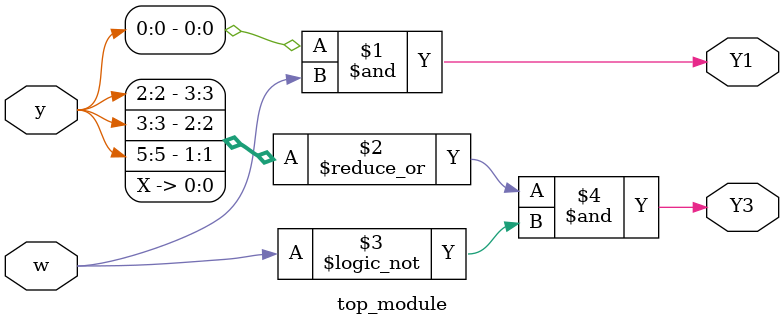
<source format=sv>
module top_module (
    input [5:0] y,
    input w,
    output Y1,
    output Y3
);
	assign Y1 = y[0] & w;
	assign Y3 = ( |{y[2], y[3], y[5], y[6]} ) & !w;
endmodule

</source>
